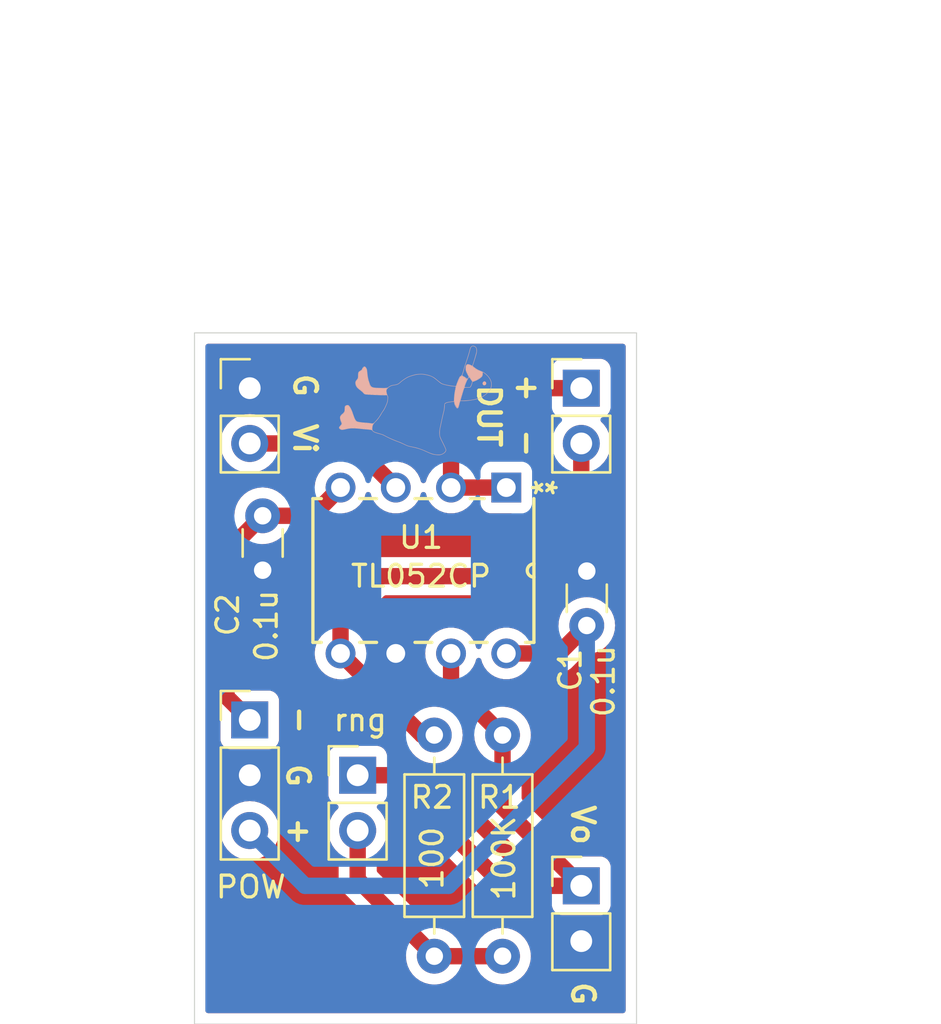
<source format=kicad_pcb>
(kicad_pcb (version 20240108) (generator "pcbnew") (generator_version "8.0")
  (layers (0 "F.Cu" signal) (31 "B.Cu" signal) (34 "B.Paste" user) (35 "F.Paste" user) (36 "B.SilkS" user "B.Silkscreen") (37 "F.SilkS" user "F.Silkscreen") (38 "B.Mask" user) (39 "F.Mask" user) (44 "Edge.Cuts" user))
  (net 0 "")
  (net 1 "GND")
  (net 2 "/opamp curve tracer/V+")
  (net 3 "/opamp curve tracer/V-")
  (net 4 "/opamp curve tracer/Vi")
  (net 5 "/opamp curve tracer/DUT-")
  (net 6 "/opamp curve tracer/DUT+")
  (net 7 "/opamp curve tracer/Vo")
  (net 8 "/opamp curve tracer/rng")
  (footprint "Connector_PinHeader_2.54mm:PinHeader_1x02_P2.54mm_Vertical" (layer "F.Cu") (at 45.72 35.56)
    (property "Reference" "J1" (hide yes))
    (property "Value" "Vi")
    (pad "1" thru_hole rect (at 0 0) (size 1.7 1.7) (drill 1) (layers "*.Cu" "*.Mask") (net 1 "GND"))
    (pad "2" thru_hole oval (at 0 2.54) (size 1.7 1.7) (drill 1) (layers "*.Cu" "*.Mask") (net 4 "/opamp curve tracer/Vi"))
  )
  (footprint "Connector_PinHeader_2.54mm:PinHeader_1x02_P2.54mm_Vertical" (layer "F.Cu") (at 60.96 58.42)
    (property "Reference" "J5" (hide yes))
    (property "Value" "Vo")
    (pad "1" thru_hole rect (at 0 0) (size 1.7 1.7) (drill 1) (layers "*.Cu" "*.Mask") (net 7 "/opamp curve tracer/Vo"))
    (pad "2" thru_hole oval (at 0 2.54) (size 1.7 1.7) (drill 1) (layers "*.Cu" "*.Mask") (net 1 "GND"))
  )
  (footprint "Resistor_THT:R_Axial_DIN0207_L6.3mm_D2.5mm_P10.16mm_Horizontal" (layer "F.Cu") (at 57.340842 61.653113 90)
    (property "Reference" "R1" (at 7.297113 -0.143832 180) (layer "F.SilkS"))
    (property "Value" "100K")
    (pad "1" thru_hole circle (at 0 0 90) (size 1.6 1.6) (drill 0.8) (layers "*.Cu" "*.Mask") (net 8 "/opamp curve tracer/rng"))
    (pad "2" thru_hole oval (at 10.16 0 90) (size 1.6 1.6) (drill 0.8) (layers "*.Cu" "*.Mask") (net 7 "/opamp curve tracer/Vo"))
  )
  (footprint "Connector_PinHeader_2.54mm:PinHeader_1x02_P2.54mm_Vertical" (layer "F.Cu") (at 60.96 35.56)
    (property "Reference" "J2" (hide yes))
    (property "Value" "DUT")
    (pad "1" thru_hole rect (at 0 0) (size 1.7 1.7) (drill 1) (layers "*.Cu" "*.Mask") (net 6 "/opamp curve tracer/DUT+"))
    (pad "2" thru_hole oval (at 0 2.54) (size 1.7 1.7) (drill 1) (layers "*.Cu" "*.Mask") (net 5 "/opamp curve tracer/DUT-"))
  )
  (footprint "Capacitor_THT:C_Disc_D3.0mm_W1.6mm_P2.50mm" (layer "F.Cu") (at 46.31471 41.422 -90)
    (property "Reference" "C2" (at 4.552 1.61071 -90) (layer "F.SilkS"))
    (property "Value" "10u")
    (pad "1" thru_hole circle (at 0 0 270) (size 1.6 1.6) (drill 0.8) (layers "*.Cu" "*.Mask") (net 3 "/opamp curve tracer/V-"))
    (pad "2" thru_hole circle (at 2.5 0 270) (size 1.6 1.6) (drill 0.8) (layers "*.Cu" "*.Mask") (net 1 "GND"))
  )
  (footprint "KiCADv6:TL052CP" (layer "F.Cu") (at 49.893415 47.74537 -90)
    (property "Reference" "U1" (at -5.32737 -3.700585 0) (layer "F.SilkS"))
    (property "Value" "Opamp_Dual")
    (fp_text user "*" (at -7.62 -9.366318 90) (layer "F.SilkS"))
    (fp_text user "*" (at -7.62 -9.366318 -90) (layer "F.SilkS"))
    (pad "1" thru_hole rect (at -7.62 -7.62 270) (size 1.3716 1.3716) (drill 0.8636) (layers "*.Cu" "*.Mask") (net 6 "/opamp curve tracer/DUT+"))
    (pad "2" thru_hole circle (at -7.62 -5.08 270) (size 1.3716 1.3716) (drill 0.8636) (layers "*.Cu" "*.Mask") (net 6 "/opamp curve tracer/DUT+"))
    (pad "3" thru_hole circle (at -7.62 -2.54 270) (size 1.3716 1.3716) (drill 0.8636) (layers "*.Cu" "*.Mask") (net 4 "/opamp curve tracer/Vi"))
    (pad "4" thru_hole circle (at -7.62 0 270) (size 1.3716 1.3716) (drill 0.8636) (layers "*.Cu" "*.Mask") (net 3 "/opamp curve tracer/V-"))
    (pad "5" thru_hole circle (at 0 0 270) (size 1.3716 1.3716) (drill 0.8636) (layers "*.Cu" "*.Mask") (net 5 "/opamp curve tracer/DUT-"))
    (pad "6" thru_hole circle (at 0 -2.54 270) (size 1.3716 1.3716) (drill 0.8636) (layers "*.Cu" "*.Mask") (net 1 "GND"))
    (pad "7" thru_hole circle (at 0 -5.08 270) (size 1.3716 1.3716) (drill 0.8636) (layers "*.Cu" "*.Mask") (net 7 "/opamp curve tracer/Vo"))
    (pad "8" thru_hole circle (at 0 -7.62 270) (size 1.3716 1.3716) (drill 0.8636) (layers "*.Cu" "*.Mask") (net 2 "/opamp curve tracer/V+"))
  )
  (footprint "Resistor_THT:R_Axial_DIN0207_L6.3mm_D2.5mm_P10.16mm_Horizontal" (layer "F.Cu") (at 54.204239 51.493113 -90)
    (property "Reference" "R2" (at 2.862887 0.108449 180) (layer "F.SilkS"))
    (property "Value" "100")
    (pad "1" thru_hole circle (at 0 0 270) (size 1.6 1.6) (drill 0.8) (layers "*.Cu" "*.Mask") (net 5 "/opamp curve tracer/DUT-"))
    (pad "2" thru_hole oval (at 10.16 0 270) (size 1.6 1.6) (drill 0.8) (layers "*.Cu" "*.Mask") (net 8 "/opamp curve tracer/rng"))
  )
  (footprint "Capacitor_THT:C_Disc_D3.0mm_W1.6mm_P2.50mm" (layer "F.Cu") (at 61.214 46.462 90)
    (property "Reference" "C1" (at -2.052 -0.762 90) (layer "F.SilkS"))
    (property "Value" "10u")
    (pad "1" thru_hole circle (at 0 0 90) (size 1.6 1.6) (drill 0.8) (layers "*.Cu" "*.Mask") (net 2 "/opamp curve tracer/V+"))
    (pad "2" thru_hole circle (at 2.5 0 90) (size 1.6 1.6) (drill 0.8) (layers "*.Cu" "*.Mask") (net 1 "GND"))
  )
  (footprint "Connector_PinHeader_2.54mm:PinHeader_1x03_P2.54mm_Vertical" (layer "F.Cu") (at 45.72 50.8)
    (property "Reference" "J4" (hide yes))
    (property "Value" "Input")
    (pad "1" thru_hole rect (at 0 0) (size 1.7 1.7) (drill 1) (layers "*.Cu" "*.Mask") (net 3 "/opamp curve tracer/V-"))
    (pad "2" thru_hole oval (at 0 2.54) (size 1.7 1.7) (drill 1) (layers "*.Cu" "*.Mask") (net 1 "GND"))
    (pad "3" thru_hole oval (at 0 5.08) (size 1.7 1.7) (drill 1) (layers "*.Cu" "*.Mask") (net 2 "/opamp curve tracer/V+"))
  )
  (footprint "Connector_PinHeader_2.54mm:PinHeader_1x02_P2.54mm_Vertical" (layer "F.Cu") (at 50.681593 53.34)
    (property "Reference" "J3" (hide yes))
    (property "Value" "rng")
    (pad "1" thru_hole rect (at 0 0) (size 1.7 1.7) (drill 1) (layers "*.Cu" "*.Mask") (net 7 "/opamp curve tracer/Vo"))
    (pad "2" thru_hole oval (at 0 2.54) (size 1.7 1.7) (drill 1) (layers "*.Cu" "*.Mask") (net 8 "/opamp curve tracer/rng"))
  )
  (footprint "graphics:duck" (layer "B.Cu") (at 53.34 36.068 90)
    (property "Reference" "G***" (hide yes))
    (property "Value" "LOGO" (hide yes))
  )
  (gr_rect (start 43.18 33.02) (end 63.5 64.77) (stroke (width 0.05)) (fill none) (layer "Edge.Cuts"))
  (gr_text "100K" (at 57.404 57.15 90) (layer "F.SilkS") (effects (font (size 1 1))))
  (gr_text "POW" (at 44.077089 59.05772 0) (layer "F.SilkS") (effects (font (size 1 1)) (justify left bottom)))
  (gr_text "0.1u" (at 46.482 46.482 90) (layer "F.SilkS") (effects (font (size 1 1))))
  (gr_text "Vo" (at 60.452 54.61 270) (layer "F.SilkS") (effects (font (size 1 1) (thickness 0.2) (bold yes)) (justify left bottom)))
  (gr_text "0.1u" (at 61.976 49.022 90) (layer "F.SilkS") (effects (font (size 1 1))))
  (gr_text "100" (at 54.102 57.15 90) (layer "F.SilkS") (effects (font (size 1 1))))
  (gr_text "G" (at 60.452 62.738 270) (layer "F.SilkS") (effects (font (size 1 1) (thickness 0.2) (bold yes)) (justify left bottom)))
  (gr_text "DUT" (at 56.134 35.306 270) (layer "F.SilkS") (effects (font (size 1 1) (thickness 0.2) (bold yes)) (justify left bottom)))
  (gr_text "G" (at 47.357684 52.716884 270) (layer "F.SilkS") (effects (font (size 1 1) (thickness 0.2) (bold yes)) (justify left bottom)))
  (gr_text "+" (at 47.416531 55.17806 270) (layer "F.SilkS") (effects (font (size 1 1) (thickness 0.2) (bold yes)) (justify left bottom)))
  (gr_text "-" (at 47.475377 50.049168 270) (layer "F.SilkS") (effects (font (size 1 1) (thickness 0.2) (bold yes)) (justify left bottom)))
  (gr_text "G" (at 47.68 34.798 270) (layer "F.SilkS") (effects (font (size 1 1) (thickness 0.2) (bold yes)) (justify left bottom)))
  (gr_text "rng" (at 50.8 50.8 0) (layer "F.SilkS") (effects (font (size 1 1))))
  (gr_text "+" (at 57.912 34.798 270) (layer "F.SilkS") (effects (font (size 1 1) (thickness 0.2) (bold yes)) (justify left bottom)))
  (gr_text "-" (at 57.912 37.338 270) (layer "F.SilkS") (effects (font (size 1 1) (thickness 0.2) (bold yes)) (justify left bottom)))
  (gr_text "TL052CP" (at 53.594 44.196 0) (layer "F.SilkS") (effects (font (size 1 1))))
  (gr_text "Vi" (at 47.68 37.084 270) (layer "F.SilkS") (effects (font (size 1 1) (thickness 0.2) (bold yes)) (justify left bottom)))
  (segment (start 59.93063 47.74537) (end 61.214 46.462) (width 0.75) (layer "F.Cu") (net 2))
  (segment (start 57.513415 47.74537) (end 59.93063 47.74537) (width 0.75) (layer "F.Cu") (net 2))
  (segment (start 57.683682 47.789831) (end 57.695831 47.789831) (width 0.75) (layer "F.Cu") (net 2))
  (segment (start 54.864 58.42) (end 61.214 52.07) (width 0.75) (layer "B.Cu") (net 2))
  (segment (start 61.214 52.07) (end 61.214 46.462) (width 0.75) (layer "B.Cu") (net 2))
  (segment (start 48.26 58.42) (end 54.864 58.42) (width 0.75) (layer "B.Cu") (net 2))
  (segment (start 48.26 58.42) (end 45.72 55.88) (width 0.75) (layer "B.Cu") (net 2))
  (segment (start 46.31471 41.422) (end 48.596785 41.422) (width 0.75) (layer "F.Cu") (net 3))
  (segment (start 44.650523 43.086187) (end 44.650523 49.730523) (width 0.75) (layer "F.Cu") (net 3))
  (segment (start 44.650523 49.730523) (end 45.72 50.8) (width 0.75) (layer "F.Cu") (net 3))
  (segment (start 48.596785 41.422) (end 49.893415 40.12537) (width 0.75) (layer "F.Cu") (net 3))
  (segment (start 46.31471 41.422) (end 44.650523 43.086187) (width 0.75) (layer "F.Cu") (net 3))
  (segment (start 45.72 38.1) (end 50.408045 38.1) (width 0.75) (layer "F.Cu") (net 4))
  (segment (start 50.408045 38.1) (end 52.433415 40.12537) (width 0.75) (layer "F.Cu") (net 4))
  (segment (start 53.641158 51.493113) (end 49.893415 47.74537) (width 0.75) (layer "F.Cu") (net 5))
  (segment (start 51.562 44.196) (end 49.893415 45.864585) (width 0.75) (layer "F.Cu") (net 5))
  (segment (start 54.204239 51.493113) (end 53.641158 51.493113) (width 0.75) (layer "F.Cu") (net 5))
  (segment (start 49.893415 45.864585) (end 49.893415 47.74537) (width 0.75) (layer "F.Cu") (net 5))
  (segment (start 60.96 39.624) (end 56.388 44.196) (width 0.75) (layer "F.Cu") (net 5))
  (segment (start 60.96 38.1) (end 60.96 39.624) (width 0.75) (layer "F.Cu") (net 5))
  (segment (start 56.388 44.196) (end 51.562 44.196) (width 0.75) (layer "F.Cu") (net 5))
  (segment (start 54.973415 40.12537) (end 57.513415 40.12537) (width 0.75) (layer "F.Cu") (net 6))
  (segment (start 54.973415 37.482585) (end 54.973415 40.12537) (width 0.75) (layer "F.Cu") (net 6))
  (segment (start 60.96 35.56) (end 56.896 35.56) (width 0.75) (layer "F.Cu") (net 6))
  (segment (start 56.896 35.56) (end 54.973415 37.482585) (width 0.75) (layer "F.Cu") (net 6))
  (segment (start 57.335113 51.493113) (end 54.973415 49.131415) (width 0.75) (layer "F.Cu") (net 7))
  (segment (start 57.404 58.42) (end 60.96 58.42) (width 0.75) (layer "F.Cu") (net 7))
  (segment (start 57.340842 51.493113) (end 57.340842 54.800842) (width 0.75) (layer "F.Cu") (net 7))
  (segment (start 54.973415 49.131415) (end 54.973415 47.74537) (width 0.75) (layer "F.Cu") (net 7))
  (segment (start 52.324 53.34) (end 57.404 58.42) (width 0.75) (layer "F.Cu") (net 7))
  (segment (start 50.681593 53.34) (end 52.324 53.34) (width 0.75) (layer "F.Cu") (net 7))
  (segment (start 57.340842 54.800842) (end 60.96 58.42) (width 0.75) (layer "F.Cu") (net 7))
  (segment (start 57.340842 51.493113) (end 57.335113 51.493113) (width 0.75) (layer "F.Cu") (net 7))
  (segment (start 57.340842 61.653113) (end 54.204239 61.653113) (width 0.75) (layer "F.Cu") (net 8))
  (segment (start 50.681593 55.88) (end 50.681593 58.130467) (width 0.75) (layer "F.Cu") (net 8))
  (segment (start 50.681593 58.130467) (end 54.204239 61.653113) (width 0.75) (layer "F.Cu") (net 8))
  (zone (net 1) (net_name "GND") (layers "F&B.Cu") (connect_pads yes (clearance 0.5)) (min_thickness 0.25) (fill yes (thermal_gap 0.5) (thermal_bridge_width 0.5))
    (polygon (pts (xy 43.18 33.02) (xy 63.5 33.02) (xy 63.5 64.77) (xy 43.18 64.77)))
  )
)
</source>
